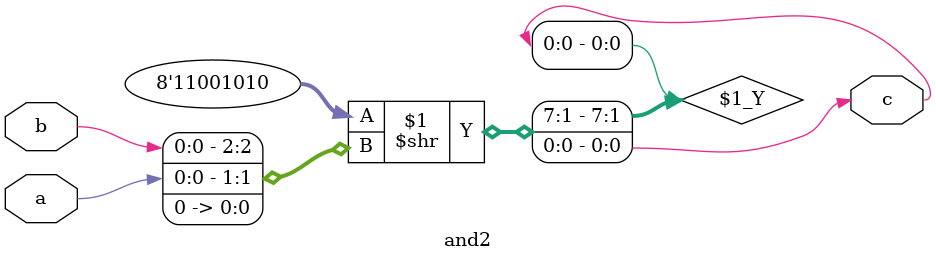
<source format=v>
/* Generated by Yosys 0.17+76 (git sha1 035496b50, gcc 9.1.0 -fPIC -Os) */

(* top =  1  *)
(* src = "./rtl/and2/and2.v:7.1-18.10" *)
module and2(a, b, c);
  (* src = "./rtl/and2/and2.v:12.12-12.13" *)
  input a;
  wire a;
  (* src = "./rtl/and2/and2.v:13.12-13.13" *)
  input b;
  wire b;
  (* src = "./rtl/and2/and2.v:14.13-14.14" *)
  output c;
  wire c;
  assign c = 8'hca >> { b, a, 1'h0 };
endmodule

</source>
